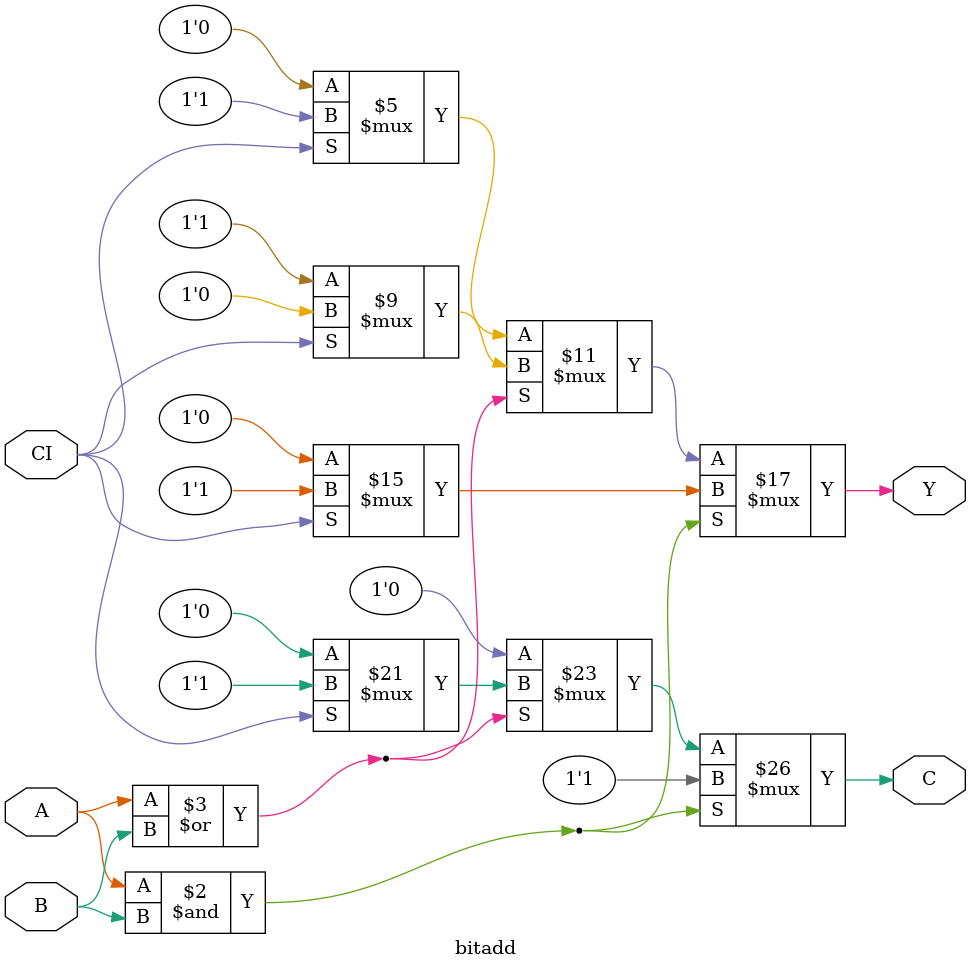
<source format=v>
module bitadd(A, B, CI, Y, C); // add all inputs and outputs inside parentheses

  // inputs
  input  A;
  input  B;
  input  CI;
  
  // outputs
  output reg Y;
  output reg C;
  
  // reg and internal variable definitions
  
  // implement module here
	always @ (*) begin
		if (A & B) begin
			C <= 1'b1;
			if (CI)
				Y <= 1'b1;
			 else 
				Y <= 1'b0;
		end 
		
		
		else if (A | B) begin
			if (CI) begin
				Y <= 1'b0;
				C <= 1'b1;
			end 
			else begin
				Y <= 1'b1;
				C <= 1'b0;
			end
		end 
		
		else begin
			C <= 1'b0;
			if (CI)
				Y <= 1'b1;
			 else 
				Y <= 1'b0;
		end
	end	
  
endmodule
</source>
